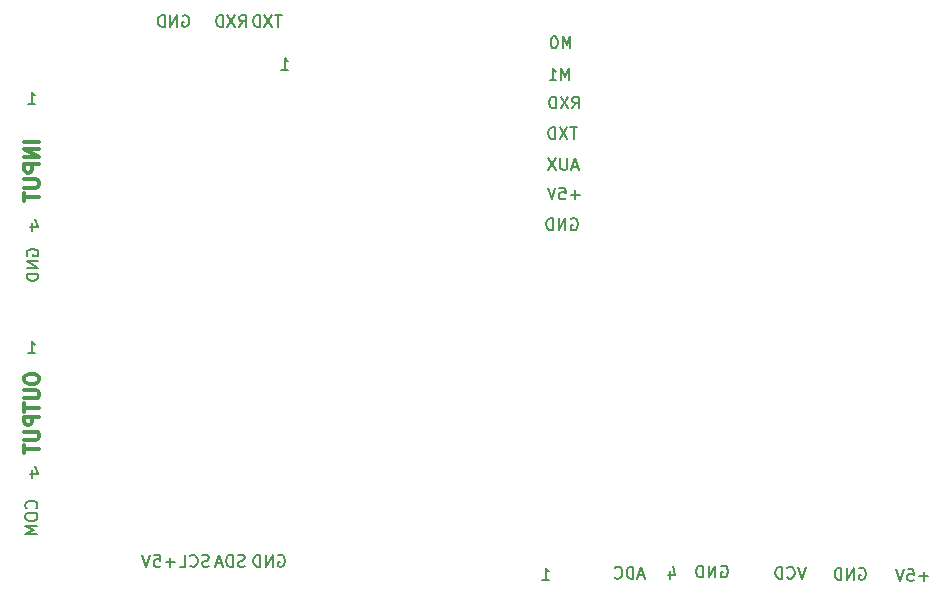
<source format=gbr>
%TF.GenerationSoftware,KiCad,Pcbnew,7.0.0-rc1-unknown-00d77f624a~164~ubuntu22.04.1*%
%TF.CreationDate,2023-01-15T10:56:32+01:00*%
%TF.ProjectId,lora-nano,6c6f7261-2d6e-4616-9e6f-2e6b69636164,rev?*%
%TF.SameCoordinates,Original*%
%TF.FileFunction,Legend,Bot*%
%TF.FilePolarity,Positive*%
%FSLAX46Y46*%
G04 Gerber Fmt 4.6, Leading zero omitted, Abs format (unit mm)*
G04 Created by KiCad (PCBNEW 7.0.0-rc1-unknown-00d77f624a~164~ubuntu22.04.1) date 2023-01-15 10:56:32*
%MOMM*%
%LPD*%
G01*
G04 APERTURE LIST*
%ADD10C,0.150000*%
%ADD11C,0.300000*%
G04 APERTURE END LIST*
D10*
X128266666Y-77167380D02*
X128599999Y-76691190D01*
X128838094Y-77167380D02*
X128838094Y-76167380D01*
X128838094Y-76167380D02*
X128457142Y-76167380D01*
X128457142Y-76167380D02*
X128361904Y-76215000D01*
X128361904Y-76215000D02*
X128314285Y-76262619D01*
X128314285Y-76262619D02*
X128266666Y-76357857D01*
X128266666Y-76357857D02*
X128266666Y-76500714D01*
X128266666Y-76500714D02*
X128314285Y-76595952D01*
X128314285Y-76595952D02*
X128361904Y-76643571D01*
X128361904Y-76643571D02*
X128457142Y-76691190D01*
X128457142Y-76691190D02*
X128838094Y-76691190D01*
X127933332Y-76167380D02*
X127266666Y-77167380D01*
X127266666Y-76167380D02*
X127933332Y-77167380D01*
X126885713Y-77167380D02*
X126885713Y-76167380D01*
X126885713Y-76167380D02*
X126647618Y-76167380D01*
X126647618Y-76167380D02*
X126504761Y-76215000D01*
X126504761Y-76215000D02*
X126409523Y-76310238D01*
X126409523Y-76310238D02*
X126361904Y-76405476D01*
X126361904Y-76405476D02*
X126314285Y-76595952D01*
X126314285Y-76595952D02*
X126314285Y-76738809D01*
X126314285Y-76738809D02*
X126361904Y-76929285D01*
X126361904Y-76929285D02*
X126409523Y-77024523D01*
X126409523Y-77024523D02*
X126504761Y-77119761D01*
X126504761Y-77119761D02*
X126647618Y-77167380D01*
X126647618Y-77167380D02*
X126885713Y-77167380D01*
X164709523Y-123200714D02*
X164709523Y-123867380D01*
X164947618Y-122819761D02*
X165185713Y-123534047D01*
X165185713Y-123534047D02*
X164566666Y-123534047D01*
X176233332Y-122867380D02*
X175899999Y-123867380D01*
X175899999Y-123867380D02*
X175566666Y-122867380D01*
X174661904Y-123772142D02*
X174709523Y-123819761D01*
X174709523Y-123819761D02*
X174852380Y-123867380D01*
X174852380Y-123867380D02*
X174947618Y-123867380D01*
X174947618Y-123867380D02*
X175090475Y-123819761D01*
X175090475Y-123819761D02*
X175185713Y-123724523D01*
X175185713Y-123724523D02*
X175233332Y-123629285D01*
X175233332Y-123629285D02*
X175280951Y-123438809D01*
X175280951Y-123438809D02*
X175280951Y-123295952D01*
X175280951Y-123295952D02*
X175233332Y-123105476D01*
X175233332Y-123105476D02*
X175185713Y-123010238D01*
X175185713Y-123010238D02*
X175090475Y-122915000D01*
X175090475Y-122915000D02*
X174947618Y-122867380D01*
X174947618Y-122867380D02*
X174852380Y-122867380D01*
X174852380Y-122867380D02*
X174709523Y-122915000D01*
X174709523Y-122915000D02*
X174661904Y-122962619D01*
X174233332Y-123867380D02*
X174233332Y-122867380D01*
X174233332Y-122867380D02*
X173995237Y-122867380D01*
X173995237Y-122867380D02*
X173852380Y-122915000D01*
X173852380Y-122915000D02*
X173757142Y-123010238D01*
X173757142Y-123010238D02*
X173709523Y-123105476D01*
X173709523Y-123105476D02*
X173661904Y-123295952D01*
X173661904Y-123295952D02*
X173661904Y-123438809D01*
X173661904Y-123438809D02*
X173709523Y-123629285D01*
X173709523Y-123629285D02*
X173757142Y-123724523D01*
X173757142Y-123724523D02*
X173852380Y-123819761D01*
X173852380Y-123819761D02*
X173995237Y-123867380D01*
X173995237Y-123867380D02*
X174233332Y-123867380D01*
D11*
X111327976Y-86897619D02*
X110077976Y-86897619D01*
X111327976Y-87492857D02*
X110077976Y-87492857D01*
X110077976Y-87492857D02*
X111327976Y-88207142D01*
X111327976Y-88207142D02*
X110077976Y-88207142D01*
X111327976Y-88802381D02*
X110077976Y-88802381D01*
X110077976Y-88802381D02*
X110077976Y-89278571D01*
X110077976Y-89278571D02*
X110137500Y-89397619D01*
X110137500Y-89397619D02*
X110197023Y-89457142D01*
X110197023Y-89457142D02*
X110316071Y-89516666D01*
X110316071Y-89516666D02*
X110494642Y-89516666D01*
X110494642Y-89516666D02*
X110613690Y-89457142D01*
X110613690Y-89457142D02*
X110673214Y-89397619D01*
X110673214Y-89397619D02*
X110732738Y-89278571D01*
X110732738Y-89278571D02*
X110732738Y-88802381D01*
X110077976Y-90052381D02*
X111089880Y-90052381D01*
X111089880Y-90052381D02*
X111208928Y-90111904D01*
X111208928Y-90111904D02*
X111268452Y-90171428D01*
X111268452Y-90171428D02*
X111327976Y-90290476D01*
X111327976Y-90290476D02*
X111327976Y-90528571D01*
X111327976Y-90528571D02*
X111268452Y-90647619D01*
X111268452Y-90647619D02*
X111208928Y-90707142D01*
X111208928Y-90707142D02*
X111089880Y-90766666D01*
X111089880Y-90766666D02*
X110077976Y-90766666D01*
X110077976Y-91183333D02*
X110077976Y-91897619D01*
X111327976Y-91540476D02*
X110077976Y-91540476D01*
D10*
X156938094Y-88981666D02*
X156461904Y-88981666D01*
X157033332Y-89267380D02*
X156699999Y-88267380D01*
X156699999Y-88267380D02*
X156366666Y-89267380D01*
X156033332Y-88267380D02*
X156033332Y-89076904D01*
X156033332Y-89076904D02*
X155985713Y-89172142D01*
X155985713Y-89172142D02*
X155938094Y-89219761D01*
X155938094Y-89219761D02*
X155842856Y-89267380D01*
X155842856Y-89267380D02*
X155652380Y-89267380D01*
X155652380Y-89267380D02*
X155557142Y-89219761D01*
X155557142Y-89219761D02*
X155509523Y-89172142D01*
X155509523Y-89172142D02*
X155461904Y-89076904D01*
X155461904Y-89076904D02*
X155461904Y-88267380D01*
X155080951Y-88267380D02*
X154414285Y-89267380D01*
X154414285Y-88267380D02*
X155080951Y-89267380D01*
X110315000Y-96538095D02*
X110267380Y-96442857D01*
X110267380Y-96442857D02*
X110267380Y-96300000D01*
X110267380Y-96300000D02*
X110315000Y-96157143D01*
X110315000Y-96157143D02*
X110410238Y-96061905D01*
X110410238Y-96061905D02*
X110505476Y-96014286D01*
X110505476Y-96014286D02*
X110695952Y-95966667D01*
X110695952Y-95966667D02*
X110838809Y-95966667D01*
X110838809Y-95966667D02*
X111029285Y-96014286D01*
X111029285Y-96014286D02*
X111124523Y-96061905D01*
X111124523Y-96061905D02*
X111219761Y-96157143D01*
X111219761Y-96157143D02*
X111267380Y-96300000D01*
X111267380Y-96300000D02*
X111267380Y-96395238D01*
X111267380Y-96395238D02*
X111219761Y-96538095D01*
X111219761Y-96538095D02*
X111172142Y-96585714D01*
X111172142Y-96585714D02*
X110838809Y-96585714D01*
X110838809Y-96585714D02*
X110838809Y-96395238D01*
X111267380Y-97014286D02*
X110267380Y-97014286D01*
X110267380Y-97014286D02*
X111267380Y-97585714D01*
X111267380Y-97585714D02*
X110267380Y-97585714D01*
X111267380Y-98061905D02*
X110267380Y-98061905D01*
X110267380Y-98061905D02*
X110267380Y-98300000D01*
X110267380Y-98300000D02*
X110315000Y-98442857D01*
X110315000Y-98442857D02*
X110410238Y-98538095D01*
X110410238Y-98538095D02*
X110505476Y-98585714D01*
X110505476Y-98585714D02*
X110695952Y-98633333D01*
X110695952Y-98633333D02*
X110838809Y-98633333D01*
X110838809Y-98633333D02*
X111029285Y-98585714D01*
X111029285Y-98585714D02*
X111124523Y-98538095D01*
X111124523Y-98538095D02*
X111219761Y-98442857D01*
X111219761Y-98442857D02*
X111267380Y-98300000D01*
X111267380Y-98300000D02*
X111267380Y-98061905D01*
X157085713Y-91386428D02*
X156323809Y-91386428D01*
X156704761Y-91767380D02*
X156704761Y-91005476D01*
X155371428Y-90767380D02*
X155847618Y-90767380D01*
X155847618Y-90767380D02*
X155895237Y-91243571D01*
X155895237Y-91243571D02*
X155847618Y-91195952D01*
X155847618Y-91195952D02*
X155752380Y-91148333D01*
X155752380Y-91148333D02*
X155514285Y-91148333D01*
X155514285Y-91148333D02*
X155419047Y-91195952D01*
X155419047Y-91195952D02*
X155371428Y-91243571D01*
X155371428Y-91243571D02*
X155323809Y-91338809D01*
X155323809Y-91338809D02*
X155323809Y-91576904D01*
X155323809Y-91576904D02*
X155371428Y-91672142D01*
X155371428Y-91672142D02*
X155419047Y-91719761D01*
X155419047Y-91719761D02*
X155514285Y-91767380D01*
X155514285Y-91767380D02*
X155752380Y-91767380D01*
X155752380Y-91767380D02*
X155847618Y-91719761D01*
X155847618Y-91719761D02*
X155895237Y-91672142D01*
X155038094Y-90767380D02*
X154704761Y-91767380D01*
X154704761Y-91767380D02*
X154371428Y-90767380D01*
X156361904Y-93415000D02*
X156457142Y-93367380D01*
X156457142Y-93367380D02*
X156599999Y-93367380D01*
X156599999Y-93367380D02*
X156742856Y-93415000D01*
X156742856Y-93415000D02*
X156838094Y-93510238D01*
X156838094Y-93510238D02*
X156885713Y-93605476D01*
X156885713Y-93605476D02*
X156933332Y-93795952D01*
X156933332Y-93795952D02*
X156933332Y-93938809D01*
X156933332Y-93938809D02*
X156885713Y-94129285D01*
X156885713Y-94129285D02*
X156838094Y-94224523D01*
X156838094Y-94224523D02*
X156742856Y-94319761D01*
X156742856Y-94319761D02*
X156599999Y-94367380D01*
X156599999Y-94367380D02*
X156504761Y-94367380D01*
X156504761Y-94367380D02*
X156361904Y-94319761D01*
X156361904Y-94319761D02*
X156314285Y-94272142D01*
X156314285Y-94272142D02*
X156314285Y-93938809D01*
X156314285Y-93938809D02*
X156504761Y-93938809D01*
X155885713Y-94367380D02*
X155885713Y-93367380D01*
X155885713Y-93367380D02*
X155314285Y-94367380D01*
X155314285Y-94367380D02*
X155314285Y-93367380D01*
X154838094Y-94367380D02*
X154838094Y-93367380D01*
X154838094Y-93367380D02*
X154599999Y-93367380D01*
X154599999Y-93367380D02*
X154457142Y-93415000D01*
X154457142Y-93415000D02*
X154361904Y-93510238D01*
X154361904Y-93510238D02*
X154314285Y-93605476D01*
X154314285Y-93605476D02*
X154266666Y-93795952D01*
X154266666Y-93795952D02*
X154266666Y-93938809D01*
X154266666Y-93938809D02*
X154314285Y-94129285D01*
X154314285Y-94129285D02*
X154361904Y-94224523D01*
X154361904Y-94224523D02*
X154457142Y-94319761D01*
X154457142Y-94319761D02*
X154599999Y-94367380D01*
X154599999Y-94367380D02*
X154838094Y-94367380D01*
X162538094Y-123581666D02*
X162061904Y-123581666D01*
X162633332Y-123867380D02*
X162299999Y-122867380D01*
X162299999Y-122867380D02*
X161966666Y-123867380D01*
X161633332Y-123867380D02*
X161633332Y-122867380D01*
X161633332Y-122867380D02*
X161395237Y-122867380D01*
X161395237Y-122867380D02*
X161252380Y-122915000D01*
X161252380Y-122915000D02*
X161157142Y-123010238D01*
X161157142Y-123010238D02*
X161109523Y-123105476D01*
X161109523Y-123105476D02*
X161061904Y-123295952D01*
X161061904Y-123295952D02*
X161061904Y-123438809D01*
X161061904Y-123438809D02*
X161109523Y-123629285D01*
X161109523Y-123629285D02*
X161157142Y-123724523D01*
X161157142Y-123724523D02*
X161252380Y-123819761D01*
X161252380Y-123819761D02*
X161395237Y-123867380D01*
X161395237Y-123867380D02*
X161633332Y-123867380D01*
X160061904Y-123772142D02*
X160109523Y-123819761D01*
X160109523Y-123819761D02*
X160252380Y-123867380D01*
X160252380Y-123867380D02*
X160347618Y-123867380D01*
X160347618Y-123867380D02*
X160490475Y-123819761D01*
X160490475Y-123819761D02*
X160585713Y-123724523D01*
X160585713Y-123724523D02*
X160633332Y-123629285D01*
X160633332Y-123629285D02*
X160680951Y-123438809D01*
X160680951Y-123438809D02*
X160680951Y-123295952D01*
X160680951Y-123295952D02*
X160633332Y-123105476D01*
X160633332Y-123105476D02*
X160585713Y-123010238D01*
X160585713Y-123010238D02*
X160490475Y-122915000D01*
X160490475Y-122915000D02*
X160347618Y-122867380D01*
X160347618Y-122867380D02*
X160252380Y-122867380D01*
X160252380Y-122867380D02*
X160109523Y-122915000D01*
X160109523Y-122915000D02*
X160061904Y-122962619D01*
X156466666Y-84067380D02*
X156799999Y-83591190D01*
X157038094Y-84067380D02*
X157038094Y-83067380D01*
X157038094Y-83067380D02*
X156657142Y-83067380D01*
X156657142Y-83067380D02*
X156561904Y-83115000D01*
X156561904Y-83115000D02*
X156514285Y-83162619D01*
X156514285Y-83162619D02*
X156466666Y-83257857D01*
X156466666Y-83257857D02*
X156466666Y-83400714D01*
X156466666Y-83400714D02*
X156514285Y-83495952D01*
X156514285Y-83495952D02*
X156561904Y-83543571D01*
X156561904Y-83543571D02*
X156657142Y-83591190D01*
X156657142Y-83591190D02*
X157038094Y-83591190D01*
X156133332Y-83067380D02*
X155466666Y-84067380D01*
X155466666Y-83067380D02*
X156133332Y-84067380D01*
X155085713Y-84067380D02*
X155085713Y-83067380D01*
X155085713Y-83067380D02*
X154847618Y-83067380D01*
X154847618Y-83067380D02*
X154704761Y-83115000D01*
X154704761Y-83115000D02*
X154609523Y-83210238D01*
X154609523Y-83210238D02*
X154561904Y-83305476D01*
X154561904Y-83305476D02*
X154514285Y-83495952D01*
X154514285Y-83495952D02*
X154514285Y-83638809D01*
X154514285Y-83638809D02*
X154561904Y-83829285D01*
X154561904Y-83829285D02*
X154609523Y-83924523D01*
X154609523Y-83924523D02*
X154704761Y-84019761D01*
X154704761Y-84019761D02*
X154847618Y-84067380D01*
X154847618Y-84067380D02*
X155085713Y-84067380D01*
X169061904Y-122815000D02*
X169157142Y-122767380D01*
X169157142Y-122767380D02*
X169299999Y-122767380D01*
X169299999Y-122767380D02*
X169442856Y-122815000D01*
X169442856Y-122815000D02*
X169538094Y-122910238D01*
X169538094Y-122910238D02*
X169585713Y-123005476D01*
X169585713Y-123005476D02*
X169633332Y-123195952D01*
X169633332Y-123195952D02*
X169633332Y-123338809D01*
X169633332Y-123338809D02*
X169585713Y-123529285D01*
X169585713Y-123529285D02*
X169538094Y-123624523D01*
X169538094Y-123624523D02*
X169442856Y-123719761D01*
X169442856Y-123719761D02*
X169299999Y-123767380D01*
X169299999Y-123767380D02*
X169204761Y-123767380D01*
X169204761Y-123767380D02*
X169061904Y-123719761D01*
X169061904Y-123719761D02*
X169014285Y-123672142D01*
X169014285Y-123672142D02*
X169014285Y-123338809D01*
X169014285Y-123338809D02*
X169204761Y-123338809D01*
X168585713Y-123767380D02*
X168585713Y-122767380D01*
X168585713Y-122767380D02*
X168014285Y-123767380D01*
X168014285Y-123767380D02*
X168014285Y-122767380D01*
X167538094Y-123767380D02*
X167538094Y-122767380D01*
X167538094Y-122767380D02*
X167299999Y-122767380D01*
X167299999Y-122767380D02*
X167157142Y-122815000D01*
X167157142Y-122815000D02*
X167061904Y-122910238D01*
X167061904Y-122910238D02*
X167014285Y-123005476D01*
X167014285Y-123005476D02*
X166966666Y-123195952D01*
X166966666Y-123195952D02*
X166966666Y-123338809D01*
X166966666Y-123338809D02*
X167014285Y-123529285D01*
X167014285Y-123529285D02*
X167061904Y-123624523D01*
X167061904Y-123624523D02*
X167157142Y-123719761D01*
X167157142Y-123719761D02*
X167299999Y-123767380D01*
X167299999Y-123767380D02*
X167538094Y-123767380D01*
X123461904Y-76215000D02*
X123557142Y-76167380D01*
X123557142Y-76167380D02*
X123699999Y-76167380D01*
X123699999Y-76167380D02*
X123842856Y-76215000D01*
X123842856Y-76215000D02*
X123938094Y-76310238D01*
X123938094Y-76310238D02*
X123985713Y-76405476D01*
X123985713Y-76405476D02*
X124033332Y-76595952D01*
X124033332Y-76595952D02*
X124033332Y-76738809D01*
X124033332Y-76738809D02*
X123985713Y-76929285D01*
X123985713Y-76929285D02*
X123938094Y-77024523D01*
X123938094Y-77024523D02*
X123842856Y-77119761D01*
X123842856Y-77119761D02*
X123699999Y-77167380D01*
X123699999Y-77167380D02*
X123604761Y-77167380D01*
X123604761Y-77167380D02*
X123461904Y-77119761D01*
X123461904Y-77119761D02*
X123414285Y-77072142D01*
X123414285Y-77072142D02*
X123414285Y-76738809D01*
X123414285Y-76738809D02*
X123604761Y-76738809D01*
X122985713Y-77167380D02*
X122985713Y-76167380D01*
X122985713Y-76167380D02*
X122414285Y-77167380D01*
X122414285Y-77167380D02*
X122414285Y-76167380D01*
X121938094Y-77167380D02*
X121938094Y-76167380D01*
X121938094Y-76167380D02*
X121699999Y-76167380D01*
X121699999Y-76167380D02*
X121557142Y-76215000D01*
X121557142Y-76215000D02*
X121461904Y-76310238D01*
X121461904Y-76310238D02*
X121414285Y-76405476D01*
X121414285Y-76405476D02*
X121366666Y-76595952D01*
X121366666Y-76595952D02*
X121366666Y-76738809D01*
X121366666Y-76738809D02*
X121414285Y-76929285D01*
X121414285Y-76929285D02*
X121461904Y-77024523D01*
X121461904Y-77024523D02*
X121557142Y-77119761D01*
X121557142Y-77119761D02*
X121699999Y-77167380D01*
X121699999Y-77167380D02*
X121938094Y-77167380D01*
D11*
X110077976Y-106835714D02*
X110077976Y-107073809D01*
X110077976Y-107073809D02*
X110137500Y-107192857D01*
X110137500Y-107192857D02*
X110256547Y-107311904D01*
X110256547Y-107311904D02*
X110494642Y-107371428D01*
X110494642Y-107371428D02*
X110911309Y-107371428D01*
X110911309Y-107371428D02*
X111149404Y-107311904D01*
X111149404Y-107311904D02*
X111268452Y-107192857D01*
X111268452Y-107192857D02*
X111327976Y-107073809D01*
X111327976Y-107073809D02*
X111327976Y-106835714D01*
X111327976Y-106835714D02*
X111268452Y-106716666D01*
X111268452Y-106716666D02*
X111149404Y-106597619D01*
X111149404Y-106597619D02*
X110911309Y-106538095D01*
X110911309Y-106538095D02*
X110494642Y-106538095D01*
X110494642Y-106538095D02*
X110256547Y-106597619D01*
X110256547Y-106597619D02*
X110137500Y-106716666D01*
X110137500Y-106716666D02*
X110077976Y-106835714D01*
X110077976Y-107907143D02*
X111089880Y-107907143D01*
X111089880Y-107907143D02*
X111208928Y-107966666D01*
X111208928Y-107966666D02*
X111268452Y-108026190D01*
X111268452Y-108026190D02*
X111327976Y-108145238D01*
X111327976Y-108145238D02*
X111327976Y-108383333D01*
X111327976Y-108383333D02*
X111268452Y-108502381D01*
X111268452Y-108502381D02*
X111208928Y-108561904D01*
X111208928Y-108561904D02*
X111089880Y-108621428D01*
X111089880Y-108621428D02*
X110077976Y-108621428D01*
X110077976Y-109038095D02*
X110077976Y-109752381D01*
X111327976Y-109395238D02*
X110077976Y-109395238D01*
X111327976Y-110169048D02*
X110077976Y-110169048D01*
X110077976Y-110169048D02*
X110077976Y-110645238D01*
X110077976Y-110645238D02*
X110137500Y-110764286D01*
X110137500Y-110764286D02*
X110197023Y-110823809D01*
X110197023Y-110823809D02*
X110316071Y-110883333D01*
X110316071Y-110883333D02*
X110494642Y-110883333D01*
X110494642Y-110883333D02*
X110613690Y-110823809D01*
X110613690Y-110823809D02*
X110673214Y-110764286D01*
X110673214Y-110764286D02*
X110732738Y-110645238D01*
X110732738Y-110645238D02*
X110732738Y-110169048D01*
X110077976Y-111419048D02*
X111089880Y-111419048D01*
X111089880Y-111419048D02*
X111208928Y-111478571D01*
X111208928Y-111478571D02*
X111268452Y-111538095D01*
X111268452Y-111538095D02*
X111327976Y-111657143D01*
X111327976Y-111657143D02*
X111327976Y-111895238D01*
X111327976Y-111895238D02*
X111268452Y-112014286D01*
X111268452Y-112014286D02*
X111208928Y-112073809D01*
X111208928Y-112073809D02*
X111089880Y-112133333D01*
X111089880Y-112133333D02*
X110077976Y-112133333D01*
X110077976Y-112550000D02*
X110077976Y-113264286D01*
X111327976Y-112907143D02*
X110077976Y-112907143D01*
D10*
X156209523Y-81667380D02*
X156209523Y-80667380D01*
X156209523Y-80667380D02*
X155876190Y-81381666D01*
X155876190Y-81381666D02*
X155542857Y-80667380D01*
X155542857Y-80667380D02*
X155542857Y-81667380D01*
X154542857Y-81667380D02*
X155114285Y-81667380D01*
X154828571Y-81667380D02*
X154828571Y-80667380D01*
X154828571Y-80667380D02*
X154923809Y-80810238D01*
X154923809Y-80810238D02*
X155019047Y-80905476D01*
X155019047Y-80905476D02*
X155114285Y-80953095D01*
X122785713Y-122486428D02*
X122023809Y-122486428D01*
X122404761Y-122867380D02*
X122404761Y-122105476D01*
X121071428Y-121867380D02*
X121547618Y-121867380D01*
X121547618Y-121867380D02*
X121595237Y-122343571D01*
X121595237Y-122343571D02*
X121547618Y-122295952D01*
X121547618Y-122295952D02*
X121452380Y-122248333D01*
X121452380Y-122248333D02*
X121214285Y-122248333D01*
X121214285Y-122248333D02*
X121119047Y-122295952D01*
X121119047Y-122295952D02*
X121071428Y-122343571D01*
X121071428Y-122343571D02*
X121023809Y-122438809D01*
X121023809Y-122438809D02*
X121023809Y-122676904D01*
X121023809Y-122676904D02*
X121071428Y-122772142D01*
X121071428Y-122772142D02*
X121119047Y-122819761D01*
X121119047Y-122819761D02*
X121214285Y-122867380D01*
X121214285Y-122867380D02*
X121452380Y-122867380D01*
X121452380Y-122867380D02*
X121547618Y-122819761D01*
X121547618Y-122819761D02*
X121595237Y-122772142D01*
X120738094Y-121867380D02*
X120404761Y-122867380D01*
X120404761Y-122867380D02*
X120071428Y-121867380D01*
X131861904Y-76167380D02*
X131290476Y-76167380D01*
X131576190Y-77167380D02*
X131576190Y-76167380D01*
X131052380Y-76167380D02*
X130385714Y-77167380D01*
X130385714Y-76167380D02*
X131052380Y-77167380D01*
X130004761Y-77167380D02*
X130004761Y-76167380D01*
X130004761Y-76167380D02*
X129766666Y-76167380D01*
X129766666Y-76167380D02*
X129623809Y-76215000D01*
X129623809Y-76215000D02*
X129528571Y-76310238D01*
X129528571Y-76310238D02*
X129480952Y-76405476D01*
X129480952Y-76405476D02*
X129433333Y-76595952D01*
X129433333Y-76595952D02*
X129433333Y-76738809D01*
X129433333Y-76738809D02*
X129480952Y-76929285D01*
X129480952Y-76929285D02*
X129528571Y-77024523D01*
X129528571Y-77024523D02*
X129623809Y-77119761D01*
X129623809Y-77119761D02*
X129766666Y-77167380D01*
X129766666Y-77167380D02*
X130004761Y-77167380D01*
X156309523Y-78967380D02*
X156309523Y-77967380D01*
X156309523Y-77967380D02*
X155976190Y-78681666D01*
X155976190Y-78681666D02*
X155642857Y-77967380D01*
X155642857Y-77967380D02*
X155642857Y-78967380D01*
X154976190Y-77967380D02*
X154880952Y-77967380D01*
X154880952Y-77967380D02*
X154785714Y-78015000D01*
X154785714Y-78015000D02*
X154738095Y-78062619D01*
X154738095Y-78062619D02*
X154690476Y-78157857D01*
X154690476Y-78157857D02*
X154642857Y-78348333D01*
X154642857Y-78348333D02*
X154642857Y-78586428D01*
X154642857Y-78586428D02*
X154690476Y-78776904D01*
X154690476Y-78776904D02*
X154738095Y-78872142D01*
X154738095Y-78872142D02*
X154785714Y-78919761D01*
X154785714Y-78919761D02*
X154880952Y-78967380D01*
X154880952Y-78967380D02*
X154976190Y-78967380D01*
X154976190Y-78967380D02*
X155071428Y-78919761D01*
X155071428Y-78919761D02*
X155119047Y-78872142D01*
X155119047Y-78872142D02*
X155166666Y-78776904D01*
X155166666Y-78776904D02*
X155214285Y-78586428D01*
X155214285Y-78586428D02*
X155214285Y-78348333D01*
X155214285Y-78348333D02*
X155166666Y-78157857D01*
X155166666Y-78157857D02*
X155119047Y-78062619D01*
X155119047Y-78062619D02*
X155071428Y-78015000D01*
X155071428Y-78015000D02*
X154976190Y-77967380D01*
X110414285Y-83667380D02*
X110985713Y-83667380D01*
X110699999Y-83667380D02*
X110699999Y-82667380D01*
X110699999Y-82667380D02*
X110795237Y-82810238D01*
X110795237Y-82810238D02*
X110890475Y-82905476D01*
X110890475Y-82905476D02*
X110985713Y-82953095D01*
X110709523Y-114700714D02*
X110709523Y-115367380D01*
X110947618Y-114319761D02*
X111185713Y-115034047D01*
X111185713Y-115034047D02*
X110566666Y-115034047D01*
X156861904Y-85667380D02*
X156290476Y-85667380D01*
X156576190Y-86667380D02*
X156576190Y-85667380D01*
X156052380Y-85667380D02*
X155385714Y-86667380D01*
X155385714Y-85667380D02*
X156052380Y-86667380D01*
X155004761Y-86667380D02*
X155004761Y-85667380D01*
X155004761Y-85667380D02*
X154766666Y-85667380D01*
X154766666Y-85667380D02*
X154623809Y-85715000D01*
X154623809Y-85715000D02*
X154528571Y-85810238D01*
X154528571Y-85810238D02*
X154480952Y-85905476D01*
X154480952Y-85905476D02*
X154433333Y-86095952D01*
X154433333Y-86095952D02*
X154433333Y-86238809D01*
X154433333Y-86238809D02*
X154480952Y-86429285D01*
X154480952Y-86429285D02*
X154528571Y-86524523D01*
X154528571Y-86524523D02*
X154623809Y-86619761D01*
X154623809Y-86619761D02*
X154766666Y-86667380D01*
X154766666Y-86667380D02*
X155004761Y-86667380D01*
X111072142Y-117914285D02*
X111119761Y-117866666D01*
X111119761Y-117866666D02*
X111167380Y-117723809D01*
X111167380Y-117723809D02*
X111167380Y-117628571D01*
X111167380Y-117628571D02*
X111119761Y-117485714D01*
X111119761Y-117485714D02*
X111024523Y-117390476D01*
X111024523Y-117390476D02*
X110929285Y-117342857D01*
X110929285Y-117342857D02*
X110738809Y-117295238D01*
X110738809Y-117295238D02*
X110595952Y-117295238D01*
X110595952Y-117295238D02*
X110405476Y-117342857D01*
X110405476Y-117342857D02*
X110310238Y-117390476D01*
X110310238Y-117390476D02*
X110215000Y-117485714D01*
X110215000Y-117485714D02*
X110167380Y-117628571D01*
X110167380Y-117628571D02*
X110167380Y-117723809D01*
X110167380Y-117723809D02*
X110215000Y-117866666D01*
X110215000Y-117866666D02*
X110262619Y-117914285D01*
X110167380Y-118533333D02*
X110167380Y-118723809D01*
X110167380Y-118723809D02*
X110215000Y-118819047D01*
X110215000Y-118819047D02*
X110310238Y-118914285D01*
X110310238Y-118914285D02*
X110500714Y-118961904D01*
X110500714Y-118961904D02*
X110834047Y-118961904D01*
X110834047Y-118961904D02*
X111024523Y-118914285D01*
X111024523Y-118914285D02*
X111119761Y-118819047D01*
X111119761Y-118819047D02*
X111167380Y-118723809D01*
X111167380Y-118723809D02*
X111167380Y-118533333D01*
X111167380Y-118533333D02*
X111119761Y-118438095D01*
X111119761Y-118438095D02*
X111024523Y-118342857D01*
X111024523Y-118342857D02*
X110834047Y-118295238D01*
X110834047Y-118295238D02*
X110500714Y-118295238D01*
X110500714Y-118295238D02*
X110310238Y-118342857D01*
X110310238Y-118342857D02*
X110215000Y-118438095D01*
X110215000Y-118438095D02*
X110167380Y-118533333D01*
X111167380Y-119390476D02*
X110167380Y-119390476D01*
X110167380Y-119390476D02*
X110881666Y-119723809D01*
X110881666Y-119723809D02*
X110167380Y-120057142D01*
X110167380Y-120057142D02*
X111167380Y-120057142D01*
X125690475Y-122819761D02*
X125547618Y-122867380D01*
X125547618Y-122867380D02*
X125309523Y-122867380D01*
X125309523Y-122867380D02*
X125214285Y-122819761D01*
X125214285Y-122819761D02*
X125166666Y-122772142D01*
X125166666Y-122772142D02*
X125119047Y-122676904D01*
X125119047Y-122676904D02*
X125119047Y-122581666D01*
X125119047Y-122581666D02*
X125166666Y-122486428D01*
X125166666Y-122486428D02*
X125214285Y-122438809D01*
X125214285Y-122438809D02*
X125309523Y-122391190D01*
X125309523Y-122391190D02*
X125499999Y-122343571D01*
X125499999Y-122343571D02*
X125595237Y-122295952D01*
X125595237Y-122295952D02*
X125642856Y-122248333D01*
X125642856Y-122248333D02*
X125690475Y-122153095D01*
X125690475Y-122153095D02*
X125690475Y-122057857D01*
X125690475Y-122057857D02*
X125642856Y-121962619D01*
X125642856Y-121962619D02*
X125595237Y-121915000D01*
X125595237Y-121915000D02*
X125499999Y-121867380D01*
X125499999Y-121867380D02*
X125261904Y-121867380D01*
X125261904Y-121867380D02*
X125119047Y-121915000D01*
X124119047Y-122772142D02*
X124166666Y-122819761D01*
X124166666Y-122819761D02*
X124309523Y-122867380D01*
X124309523Y-122867380D02*
X124404761Y-122867380D01*
X124404761Y-122867380D02*
X124547618Y-122819761D01*
X124547618Y-122819761D02*
X124642856Y-122724523D01*
X124642856Y-122724523D02*
X124690475Y-122629285D01*
X124690475Y-122629285D02*
X124738094Y-122438809D01*
X124738094Y-122438809D02*
X124738094Y-122295952D01*
X124738094Y-122295952D02*
X124690475Y-122105476D01*
X124690475Y-122105476D02*
X124642856Y-122010238D01*
X124642856Y-122010238D02*
X124547618Y-121915000D01*
X124547618Y-121915000D02*
X124404761Y-121867380D01*
X124404761Y-121867380D02*
X124309523Y-121867380D01*
X124309523Y-121867380D02*
X124166666Y-121915000D01*
X124166666Y-121915000D02*
X124119047Y-121962619D01*
X123214285Y-122867380D02*
X123690475Y-122867380D01*
X123690475Y-122867380D02*
X123690475Y-121867380D01*
X180761904Y-123015000D02*
X180857142Y-122967380D01*
X180857142Y-122967380D02*
X180999999Y-122967380D01*
X180999999Y-122967380D02*
X181142856Y-123015000D01*
X181142856Y-123015000D02*
X181238094Y-123110238D01*
X181238094Y-123110238D02*
X181285713Y-123205476D01*
X181285713Y-123205476D02*
X181333332Y-123395952D01*
X181333332Y-123395952D02*
X181333332Y-123538809D01*
X181333332Y-123538809D02*
X181285713Y-123729285D01*
X181285713Y-123729285D02*
X181238094Y-123824523D01*
X181238094Y-123824523D02*
X181142856Y-123919761D01*
X181142856Y-123919761D02*
X180999999Y-123967380D01*
X180999999Y-123967380D02*
X180904761Y-123967380D01*
X180904761Y-123967380D02*
X180761904Y-123919761D01*
X180761904Y-123919761D02*
X180714285Y-123872142D01*
X180714285Y-123872142D02*
X180714285Y-123538809D01*
X180714285Y-123538809D02*
X180904761Y-123538809D01*
X180285713Y-123967380D02*
X180285713Y-122967380D01*
X180285713Y-122967380D02*
X179714285Y-123967380D01*
X179714285Y-123967380D02*
X179714285Y-122967380D01*
X179238094Y-123967380D02*
X179238094Y-122967380D01*
X179238094Y-122967380D02*
X178999999Y-122967380D01*
X178999999Y-122967380D02*
X178857142Y-123015000D01*
X178857142Y-123015000D02*
X178761904Y-123110238D01*
X178761904Y-123110238D02*
X178714285Y-123205476D01*
X178714285Y-123205476D02*
X178666666Y-123395952D01*
X178666666Y-123395952D02*
X178666666Y-123538809D01*
X178666666Y-123538809D02*
X178714285Y-123729285D01*
X178714285Y-123729285D02*
X178761904Y-123824523D01*
X178761904Y-123824523D02*
X178857142Y-123919761D01*
X178857142Y-123919761D02*
X178999999Y-123967380D01*
X178999999Y-123967380D02*
X179238094Y-123967380D01*
X110709523Y-93800714D02*
X110709523Y-94467380D01*
X110947618Y-93419761D02*
X111185713Y-94134047D01*
X111185713Y-94134047D02*
X110566666Y-94134047D01*
X186585713Y-123686428D02*
X185823809Y-123686428D01*
X186204761Y-124067380D02*
X186204761Y-123305476D01*
X184871428Y-123067380D02*
X185347618Y-123067380D01*
X185347618Y-123067380D02*
X185395237Y-123543571D01*
X185395237Y-123543571D02*
X185347618Y-123495952D01*
X185347618Y-123495952D02*
X185252380Y-123448333D01*
X185252380Y-123448333D02*
X185014285Y-123448333D01*
X185014285Y-123448333D02*
X184919047Y-123495952D01*
X184919047Y-123495952D02*
X184871428Y-123543571D01*
X184871428Y-123543571D02*
X184823809Y-123638809D01*
X184823809Y-123638809D02*
X184823809Y-123876904D01*
X184823809Y-123876904D02*
X184871428Y-123972142D01*
X184871428Y-123972142D02*
X184919047Y-124019761D01*
X184919047Y-124019761D02*
X185014285Y-124067380D01*
X185014285Y-124067380D02*
X185252380Y-124067380D01*
X185252380Y-124067380D02*
X185347618Y-124019761D01*
X185347618Y-124019761D02*
X185395237Y-123972142D01*
X184538094Y-123067380D02*
X184204761Y-124067380D01*
X184204761Y-124067380D02*
X183871428Y-123067380D01*
X153914285Y-123967380D02*
X154485713Y-123967380D01*
X154199999Y-123967380D02*
X154199999Y-122967380D01*
X154199999Y-122967380D02*
X154295237Y-123110238D01*
X154295237Y-123110238D02*
X154390475Y-123205476D01*
X154390475Y-123205476D02*
X154485713Y-123253095D01*
X110414285Y-104767380D02*
X110985713Y-104767380D01*
X110699999Y-104767380D02*
X110699999Y-103767380D01*
X110699999Y-103767380D02*
X110795237Y-103910238D01*
X110795237Y-103910238D02*
X110890475Y-104005476D01*
X110890475Y-104005476D02*
X110985713Y-104053095D01*
X131814285Y-80767380D02*
X132385713Y-80767380D01*
X132099999Y-80767380D02*
X132099999Y-79767380D01*
X132099999Y-79767380D02*
X132195237Y-79910238D01*
X132195237Y-79910238D02*
X132290475Y-80005476D01*
X132290475Y-80005476D02*
X132385713Y-80053095D01*
%TO.C,SDA*%
X128714285Y-122819761D02*
X128571428Y-122867380D01*
X128571428Y-122867380D02*
X128333333Y-122867380D01*
X128333333Y-122867380D02*
X128238095Y-122819761D01*
X128238095Y-122819761D02*
X128190476Y-122772142D01*
X128190476Y-122772142D02*
X128142857Y-122676904D01*
X128142857Y-122676904D02*
X128142857Y-122581666D01*
X128142857Y-122581666D02*
X128190476Y-122486428D01*
X128190476Y-122486428D02*
X128238095Y-122438809D01*
X128238095Y-122438809D02*
X128333333Y-122391190D01*
X128333333Y-122391190D02*
X128523809Y-122343571D01*
X128523809Y-122343571D02*
X128619047Y-122295952D01*
X128619047Y-122295952D02*
X128666666Y-122248333D01*
X128666666Y-122248333D02*
X128714285Y-122153095D01*
X128714285Y-122153095D02*
X128714285Y-122057857D01*
X128714285Y-122057857D02*
X128666666Y-121962619D01*
X128666666Y-121962619D02*
X128619047Y-121915000D01*
X128619047Y-121915000D02*
X128523809Y-121867380D01*
X128523809Y-121867380D02*
X128285714Y-121867380D01*
X128285714Y-121867380D02*
X128142857Y-121915000D01*
X127714285Y-122867380D02*
X127714285Y-121867380D01*
X127714285Y-121867380D02*
X127476190Y-121867380D01*
X127476190Y-121867380D02*
X127333333Y-121915000D01*
X127333333Y-121915000D02*
X127238095Y-122010238D01*
X127238095Y-122010238D02*
X127190476Y-122105476D01*
X127190476Y-122105476D02*
X127142857Y-122295952D01*
X127142857Y-122295952D02*
X127142857Y-122438809D01*
X127142857Y-122438809D02*
X127190476Y-122629285D01*
X127190476Y-122629285D02*
X127238095Y-122724523D01*
X127238095Y-122724523D02*
X127333333Y-122819761D01*
X127333333Y-122819761D02*
X127476190Y-122867380D01*
X127476190Y-122867380D02*
X127714285Y-122867380D01*
X126761904Y-122581666D02*
X126285714Y-122581666D01*
X126857142Y-122867380D02*
X126523809Y-121867380D01*
X126523809Y-121867380D02*
X126190476Y-122867380D01*
%TO.C,GND*%
X131561904Y-121915000D02*
X131657142Y-121867380D01*
X131657142Y-121867380D02*
X131799999Y-121867380D01*
X131799999Y-121867380D02*
X131942856Y-121915000D01*
X131942856Y-121915000D02*
X132038094Y-122010238D01*
X132038094Y-122010238D02*
X132085713Y-122105476D01*
X132085713Y-122105476D02*
X132133332Y-122295952D01*
X132133332Y-122295952D02*
X132133332Y-122438809D01*
X132133332Y-122438809D02*
X132085713Y-122629285D01*
X132085713Y-122629285D02*
X132038094Y-122724523D01*
X132038094Y-122724523D02*
X131942856Y-122819761D01*
X131942856Y-122819761D02*
X131799999Y-122867380D01*
X131799999Y-122867380D02*
X131704761Y-122867380D01*
X131704761Y-122867380D02*
X131561904Y-122819761D01*
X131561904Y-122819761D02*
X131514285Y-122772142D01*
X131514285Y-122772142D02*
X131514285Y-122438809D01*
X131514285Y-122438809D02*
X131704761Y-122438809D01*
X131085713Y-122867380D02*
X131085713Y-121867380D01*
X131085713Y-121867380D02*
X130514285Y-122867380D01*
X130514285Y-122867380D02*
X130514285Y-121867380D01*
X130038094Y-122867380D02*
X130038094Y-121867380D01*
X130038094Y-121867380D02*
X129799999Y-121867380D01*
X129799999Y-121867380D02*
X129657142Y-121915000D01*
X129657142Y-121915000D02*
X129561904Y-122010238D01*
X129561904Y-122010238D02*
X129514285Y-122105476D01*
X129514285Y-122105476D02*
X129466666Y-122295952D01*
X129466666Y-122295952D02*
X129466666Y-122438809D01*
X129466666Y-122438809D02*
X129514285Y-122629285D01*
X129514285Y-122629285D02*
X129561904Y-122724523D01*
X129561904Y-122724523D02*
X129657142Y-122819761D01*
X129657142Y-122819761D02*
X129799999Y-122867380D01*
X129799999Y-122867380D02*
X130038094Y-122867380D01*
%TD*%
M02*

</source>
